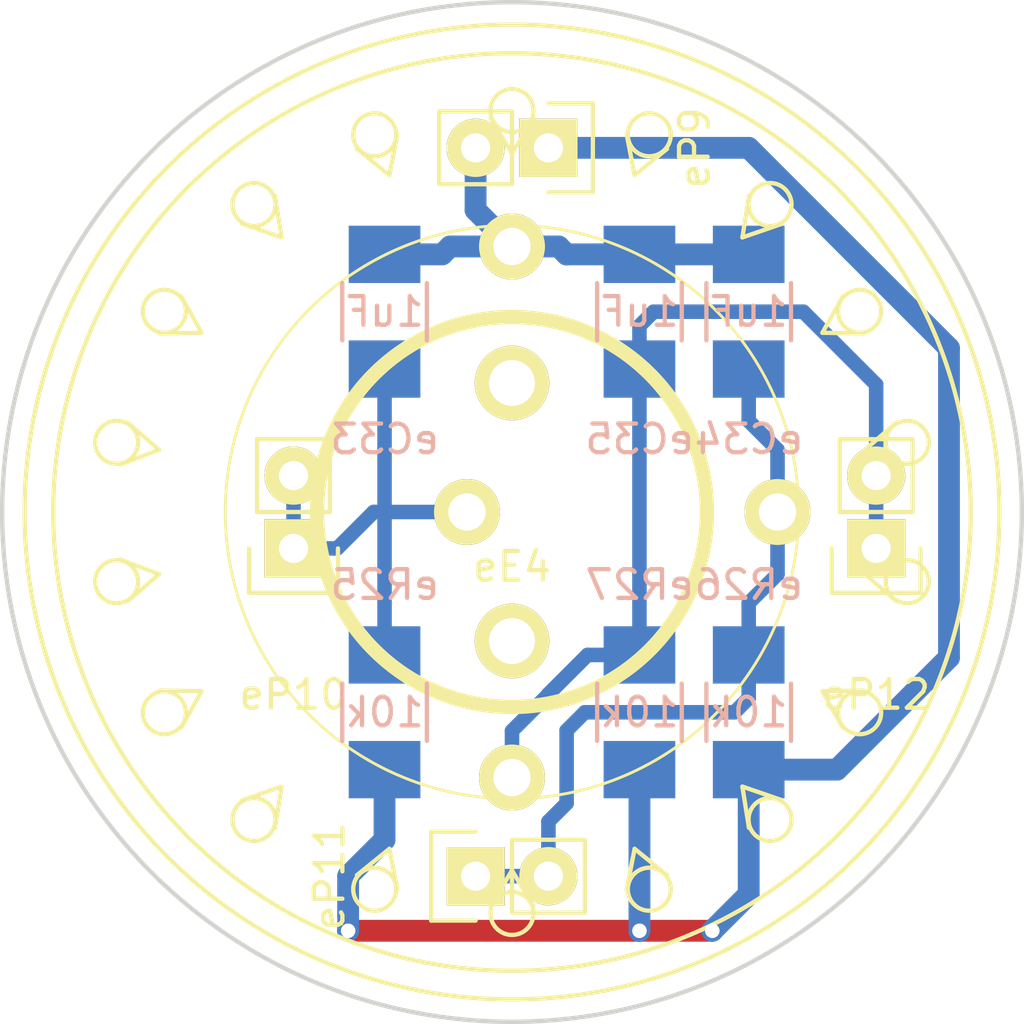
<source format=kicad_pcb>
(kicad_pcb (version 4) (host pcbnew 4.1.0-alpha+201607210716+6990~46~ubuntu15.10.1-product)

  (general
    (links 293)
    (no_connects 4)
    (area 24.13 20.08707 160.020001 137.246781)
    (thickness 1.6)
    (drawings 1)
    (tracks 60)
    (zones 0)
    (modules 11)
    (nets 6)
  )

  (page A4)
  (layers
    (0 F.Cu signal)
    (31 B.Cu signal)
    (32 B.Adhes user)
    (33 F.Adhes user)
    (34 B.Paste user)
    (35 F.Paste user)
    (36 B.SilkS user)
    (37 F.SilkS user)
    (38 B.Mask user)
    (39 F.Mask user)
    (40 Dwgs.User user)
    (41 Cmts.User user)
    (42 Eco1.User user)
    (43 Eco2.User user)
    (44 Edge.Cuts user)
    (45 Margin user)
    (46 B.CrtYd user)
    (47 F.CrtYd user)
    (48 B.Fab user)
    (49 F.Fab user)
  )

  (setup
    (last_trace_width 0.254)
    (user_trace_width 0.254)
    (user_trace_width 0.508)
    (user_trace_width 0.762)
    (user_trace_width 1.016)
    (trace_clearance 0.1905)
    (zone_clearance 0.508)
    (zone_45_only no)
    (trace_min 0)
    (segment_width 0.2032)
    (edge_width 0.1524)
    (via_size 0.762)
    (via_drill 0.508)
    (via_min_size 0.4)
    (via_min_drill 0.3)
    (uvia_size 0.3)
    (uvia_drill 0.1)
    (uvias_allowed no)
    (uvia_min_size 0)
    (uvia_min_drill 0)
    (pcb_text_width 0.3048)
    (pcb_text_size 1.524 1.524)
    (mod_edge_width 0.1524)
    (mod_text_size 1.016 1.016)
    (mod_text_width 0.1524)
    (pad_size 1.524 1.524)
    (pad_drill 1.016)
    (pad_to_mask_clearance 0.2)
    (aux_axis_origin 0 0)
    (visible_elements FFFFEF7F)
    (pcbplotparams
      (layerselection 0x01130_80000001)
      (usegerberextensions false)
      (excludeedgelayer false)
      (linewidth 0.101600)
      (plotframeref true)
      (viasonmask false)
      (mode 1)
      (useauxorigin false)
      (hpglpennumber 1)
      (hpglpenspeed 20)
      (hpglpendiameter 15)
      (psnegative false)
      (psa4output false)
      (plotreference true)
      (plotvalue true)
      (plotinvisibletext false)
      (padsonsilk true)
      (subtractmaskfromsilk false)
      (outputformat 4)
      (mirror false)
      (drillshape 2)
      (scaleselection 1)
      (outputdirectory pdf/))
  )

  (net 0 "")
  (net 1 /eGND)
  (net 2 /eEBS)
  (net 3 /eEBB)
  (net 4 /eEBA)
  (net 5 /eVCC)

  (net_class Default "This is the default net class."
    (clearance 0.1905)
    (trace_width 0.254)
    (via_dia 0.762)
    (via_drill 0.508)
    (uvia_dia 0.3)
    (uvia_drill 0.1)
  )

  (net_class 20mil ""
    (clearance 0.1905)
    (trace_width 0.508)
    (via_dia 0.762)
    (via_drill 0.508)
    (uvia_dia 0.3)
    (uvia_drill 0.1)
    (add_net /CS)
    (add_net /DC)
    (add_net /EAA)
    (add_net /EAB)
    (add_net /EAS)
    (add_net /EBA)
    (add_net /EBB)
    (add_net /EBS)
    (add_net /ECA)
    (add_net /ECB)
    (add_net /ECS)
    (add_net /L2)
    (add_net /LITE)
    (add_net /MOSI)
    (add_net /Pair)
    (add_net /RST)
    (add_net /RXD)
    (add_net /RX_BLE)
    (add_net /RX_PRO)
    (add_net /S2)
    (add_net /S3)
    (add_net /S4)
    (add_net /S5)
    (add_net /SCK)
    (add_net /TXD)
    (add_net /TX_BLE)
    (add_net /TX_PRO)
    (add_net /eEAA)
    (add_net /eEAB)
    (add_net /eEAS)
    (add_net /eEBA)
    (add_net /eEBB)
    (add_net /eEBS)
    (add_net /eECA)
    (add_net /eECB)
    (add_net /eECS)
    (add_net /eS2)
    (add_net /eS3)
    (add_net /eS4)
    (add_net /eS5)
    (add_net "Net-(R1-Pad2)")
    (add_net "Net-(S2-Pad2)")
    (add_net "Net-(U10-Pad10)")
    (add_net "Net-(U10-Pad12)")
    (add_net "Net-(U10-Pad13)")
    (add_net "Net-(U10-Pad14)")
    (add_net "Net-(U10-Pad15)")
    (add_net "Net-(U10-Pad16)")
    (add_net "Net-(U10-Pad17)")
    (add_net "Net-(U10-Pad18)")
    (add_net "Net-(U10-Pad21)")
    (add_net "Net-(U10-Pad22)")
    (add_net "Net-(U10-Pad29)")
    (add_net "Net-(U10-Pad4)")
    (add_net "Net-(U10-Pad8)")
    (add_net "Net-(U7-Pad11)")
    (add_net "Net-(U7-Pad12)")
    (add_net "Net-(U7-Pad19)")
    (add_net "Net-(U7-Pad20)")
    (add_net "Net-(U7-Pad21)")
    (add_net "Net-(U7-Pad22)")
    (add_net "Net-(U7-Pad23)")
    (add_net "Net-(U7-Pad24)")
    (add_net "Net-(U7-Pad25)")
    (add_net "Net-(U7-Pad26)")
    (add_net "Net-(U7-Pad27)")
    (add_net "Net-(U7-Pad28)")
    (add_net "Net-(U7-Pad29)")
    (add_net "Net-(U7-Pad3)")
    (add_net "Net-(U7-Pad30)")
    (add_net "Net-(U7-Pad6)")
    (add_net "Net-(U7-Pad7)")
    (add_net "Net-(U7-Pad8)")
    (add_net "Net-(U9-Pad1)")
    (add_net "Net-(U9-Pad10)")
    (add_net "Net-(U9-Pad12)")
    (add_net "Net-(U9-Pad15)")
    (add_net "Net-(U9-Pad17)")
    (add_net "Net-(U9-Pad18)")
    (add_net "Net-(U9-Pad19)")
    (add_net "Net-(U9-Pad2)")
    (add_net "Net-(U9-Pad22)")
    (add_net "Net-(U9-Pad23)")
    (add_net "Net-(U9-Pad24)")
    (add_net "Net-(U9-Pad25)")
    (add_net "Net-(U9-Pad28)")
  )

  (net_class 30mil ""
    (clearance 0.1905)
    (trace_width 0.762)
    (via_dia 0.762)
    (via_drill 0.508)
    (uvia_dia 0.3)
    (uvia_drill 0.1)
    (add_net /GND)
    (add_net /VCC)
    (add_net /eGND)
    (add_net /eVCC)
  )

  (net_class 40mil ""
    (clearance 0.1905)
    (trace_width 1.016)
    (via_dia 0.762)
    (via_drill 0.508)
    (uvia_dia 0.3)
    (uvia_drill 0.1)
  )

  (module velokey-footprints:TSWA3NCD23LFS (layer F.Cu) (tedit 57CEF748) (tstamp 57CEF644)
    (at 141.605 118.11 90)
    (path /57CDE2ED/56F82794)
    (fp_text reference eE4 (at -1.905 0 180) (layer F.SilkS)
      (effects (font (size 1 1) (thickness 0.15)))
    )
    (fp_text value ENC_B (at 1.905 0) (layer F.Fab)
      (effects (font (size 1 1) (thickness 0.15)))
    )
    (fp_circle (center 0 0) (end 10 0) (layer F.SilkS) (width 0.1016))
    (fp_line (start 12.5 0) (end 13.75 0.75) (layer F.SilkS) (width 0.15))
    (fp_line (start 13.75 -0.75) (end 12.5 0) (layer F.SilkS) (width 0.15))
    (fp_circle (center 14 0) (end 14 -0.75) (layer F.SilkS) (width 0.15))
    (fp_circle (center 0 0) (end 16 0) (layer F.SilkS) (width 0.15))
    (fp_circle (center 0 0) (end 17 0) (layer F.SilkS) (width 0.15))
    (fp_circle (center 0 0) (end 6.8 0) (layer F.SilkS) (width 0.5))
    (fp_circle (center 13.155697 -4.788282) (end 12.899182 -5.493051) (layer F.SilkS) (width 0.15))
    (fp_circle (center 10.724622 -8.999027) (end 10.242531 -9.57356) (layer F.SilkS) (width 0.15))
    (fp_circle (center 7 -12.124356) (end 6.350481 -12.499356) (layer F.SilkS) (width 0.15))
    (fp_circle (center 2.431074 -13.787309) (end 1.692469 -13.917545) (layer F.SilkS) (width 0.15))
    (fp_circle (center -2.431074 -13.787309) (end -3.16968 -13.657072) (layer F.SilkS) (width 0.15))
    (fp_circle (center -7 -12.124356) (end -7.649519 -11.749356) (layer F.SilkS) (width 0.15))
    (fp_circle (center -10.724622 -8.999027) (end -11.206713 -8.424493) (layer F.SilkS) (width 0.15))
    (fp_circle (center -13.155697 -4.788282) (end -13.412212 -4.083513) (layer F.SilkS) (width 0.15))
    (fp_circle (center -14 0) (end -14 0.75) (layer F.SilkS) (width 0.15))
    (fp_circle (center -13.155697 4.788282) (end -12.899182 5.493051) (layer F.SilkS) (width 0.15))
    (fp_circle (center -10.724622 8.999027) (end -10.242531 9.57356) (layer F.SilkS) (width 0.15))
    (fp_circle (center -7 12.124356) (end -6.350481 12.499356) (layer F.SilkS) (width 0.15))
    (fp_circle (center -2.431074 13.787309) (end -1.692469 13.917545) (layer F.SilkS) (width 0.15))
    (fp_circle (center 2.431074 13.787309) (end 3.16968 13.657072) (layer F.SilkS) (width 0.15))
    (fp_circle (center 7 12.124356) (end 7.649519 11.749356) (layer F.SilkS) (width 0.15))
    (fp_circle (center 10.724622 8.999027) (end 11.206713 8.424493) (layer F.SilkS) (width 0.15))
    (fp_circle (center 13.155697 4.788282) (end 13.412212 4.083513) (layer F.SilkS) (width 0.15))
    (fp_line (start 11.746158 -4.275252) (end 13.177289 -3.998008) (layer F.SilkS) (width 0.15))
    (fp_line (start 9.575556 -8.034845) (end 11.015202 -8.263796) (layer F.SilkS) (width 0.15))
    (fp_line (start 6.25 -10.825318) (end 7.524519 -11.532849) (layer F.SilkS) (width 0.15))
    (fp_line (start 2.170602 -12.310097) (end 3.126268 -13.41087) (layer F.SilkS) (width 0.15))
    (fp_line (start -2.170602 -12.310097) (end -1.649057 -13.671343) (layer F.SilkS) (width 0.15))
    (fp_line (start -6.25 -10.825318) (end -6.225481 -12.282849) (layer F.SilkS) (width 0.15))
    (fp_line (start -9.575556 -8.034845) (end -10.05102 -9.412863) (layer F.SilkS) (width 0.15))
    (fp_line (start -11.746158 -4.275252) (end -12.664258 -5.407546) (layer F.SilkS) (width 0.15))
    (fp_line (start -12.5 0) (end -13.75 -0.75) (layer F.SilkS) (width 0.15))
    (fp_line (start -11.746158 4.275252) (end -13.177289 3.998008) (layer F.SilkS) (width 0.15))
    (fp_line (start -9.575556 8.034845) (end -11.015202 8.263796) (layer F.SilkS) (width 0.15))
    (fp_line (start -6.25 10.825318) (end -7.524519 11.532849) (layer F.SilkS) (width 0.15))
    (fp_line (start -2.170602 12.310097) (end -3.126268 13.41087) (layer F.SilkS) (width 0.15))
    (fp_line (start 2.170602 12.310097) (end 1.649057 13.671343) (layer F.SilkS) (width 0.15))
    (fp_line (start 6.25 10.825318) (end 6.225481 12.282849) (layer F.SilkS) (width 0.15))
    (fp_line (start 9.575556 8.034845) (end 10.05102 9.412863) (layer F.SilkS) (width 0.15))
    (fp_line (start 11.746158 4.275252) (end 12.664258 5.407546) (layer F.SilkS) (width 0.15))
    (fp_line (start 12.664258 -5.407546) (end 11.746158 -4.275252) (layer F.SilkS) (width 0.15))
    (fp_line (start 10.05102 -9.412863) (end 9.575556 -8.034845) (layer F.SilkS) (width 0.15))
    (fp_line (start 6.225481 -12.282849) (end 6.25 -10.825318) (layer F.SilkS) (width 0.15))
    (fp_line (start 1.649057 -13.671343) (end 2.170602 -12.310097) (layer F.SilkS) (width 0.15))
    (fp_line (start -3.126268 -13.41087) (end -2.170602 -12.310097) (layer F.SilkS) (width 0.15))
    (fp_line (start -7.524519 -11.532849) (end -6.25 -10.825318) (layer F.SilkS) (width 0.15))
    (fp_line (start -11.015202 -8.263796) (end -9.575556 -8.034845) (layer F.SilkS) (width 0.15))
    (fp_line (start -13.177289 -3.998008) (end -11.746158 -4.275252) (layer F.SilkS) (width 0.15))
    (fp_line (start -13.75 0.75) (end -12.5 0) (layer F.SilkS) (width 0.15))
    (fp_line (start -12.664258 5.407546) (end -11.746158 4.275252) (layer F.SilkS) (width 0.15))
    (fp_line (start -10.05102 9.412863) (end -9.575556 8.034845) (layer F.SilkS) (width 0.15))
    (fp_line (start -6.225481 12.282849) (end -6.25 10.825318) (layer F.SilkS) (width 0.15))
    (fp_line (start -1.649057 13.671343) (end -2.170602 12.310097) (layer F.SilkS) (width 0.15))
    (fp_line (start 3.126268 13.41087) (end 2.170602 12.310097) (layer F.SilkS) (width 0.15))
    (fp_line (start 7.524519 11.532849) (end 6.25 10.825318) (layer F.SilkS) (width 0.15))
    (fp_line (start 11.015202 8.263796) (end 9.575556 8.034845) (layer F.SilkS) (width 0.15))
    (fp_line (start 13.177289 3.998008) (end 11.746158 4.275252) (layer F.SilkS) (width 0.15))
    (pad 4 thru_hole circle (at 0 -1.57 90) (size 2.3 2.3) (drill 1.3) (layers *.Cu *.Mask F.SilkS)
      (net 2 /eEBS))
    (pad 5 thru_hole circle (at -4.5 0 90) (size 2.6 2.6) (drill 1.6) (layers *.Cu *.Mask F.SilkS))
    (pad 1 thru_hole circle (at -9.26 0 90) (size 2.3 2.3) (drill 1.3) (layers *.Cu *.Mask F.SilkS)
      (net 4 /eEBA))
    (pad 6 thru_hole circle (at 4.5 0 90) (size 2.6 2.6) (drill 1.6) (layers *.Cu *.Mask F.SilkS))
    (pad 2 thru_hole circle (at 9.26 0 90) (size 2.3 2.3) (drill 1.3) (layers *.Cu *.Mask F.SilkS)
      (net 1 /eGND))
    (pad 3 thru_hole circle (at 0 9.26 90) (size 2.3 2.3) (drill 1.3) (layers *.Cu *.Mask F.SilkS)
      (net 3 /eEBB))
  )

  (module velokey-footprints:R_1210_HandSoldering (layer B.Cu) (tedit 57CEF738) (tstamp 57CEF7A9)
    (at 149.86 125.095 90)
    (descr "Resistor SMD 1210, hand soldering")
    (tags "resistor 1210")
    (path /57CDE2ED/57CEA915)
    (attr smd)
    (fp_text reference eR26 (at 4.445 0 180) (layer B.SilkS)
      (effects (font (size 1 1) (thickness 0.15)) (justify mirror))
    )
    (fp_text value 10k (at 0 0 180) (layer B.SilkS)
      (effects (font (size 1 1) (thickness 0.15)) (justify mirror))
    )
    (fp_line (start -3.3 1.6) (end 3.3 1.6) (layer B.CrtYd) (width 0.05))
    (fp_line (start -3.3 -1.6) (end 3.3 -1.6) (layer B.CrtYd) (width 0.05))
    (fp_line (start -3.3 1.6) (end -3.3 -1.6) (layer B.CrtYd) (width 0.05))
    (fp_line (start 3.3 1.6) (end 3.3 -1.6) (layer B.CrtYd) (width 0.05))
    (fp_line (start 1 -1.475) (end -1 -1.475) (layer B.SilkS) (width 0.15))
    (fp_line (start -1 1.475) (end 1 1.475) (layer B.SilkS) (width 0.15))
    (pad 1 smd rect (at -2 0 90) (size 2 2.5) (layers B.Cu B.Paste B.Mask)
      (net 5 /eVCC))
    (pad 2 smd rect (at 2 0 90) (size 2 2.5) (layers B.Cu B.Paste B.Mask)
      (net 3 /eEBB))
    (model ${KIPRJMOD}/3d_models/Res_smd_1210.wrl
      (at (xyz 0 0 0))
      (scale (xyz 1 1 1))
      (rotate (xyz 0 0 0))
    )
  )

  (module velokey-footprints:R_1210_HandSoldering (layer B.Cu) (tedit 57CEF733) (tstamp 57CEF79E)
    (at 146.05 125.095 90)
    (descr "Resistor SMD 1210, hand soldering")
    (tags "resistor 1210")
    (path /57CDE2ED/57CEA916)
    (attr smd)
    (fp_text reference eR27 (at 4.445 0 180) (layer B.SilkS)
      (effects (font (size 1 1) (thickness 0.15)) (justify mirror))
    )
    (fp_text value 10k (at 0 0 180) (layer B.SilkS)
      (effects (font (size 1 1) (thickness 0.15)) (justify mirror))
    )
    (fp_line (start -3.3 1.6) (end 3.3 1.6) (layer B.CrtYd) (width 0.05))
    (fp_line (start -3.3 -1.6) (end 3.3 -1.6) (layer B.CrtYd) (width 0.05))
    (fp_line (start -3.3 1.6) (end -3.3 -1.6) (layer B.CrtYd) (width 0.05))
    (fp_line (start 3.3 1.6) (end 3.3 -1.6) (layer B.CrtYd) (width 0.05))
    (fp_line (start 1 -1.475) (end -1 -1.475) (layer B.SilkS) (width 0.15))
    (fp_line (start -1 1.475) (end 1 1.475) (layer B.SilkS) (width 0.15))
    (pad 1 smd rect (at -2 0 90) (size 2 2.5) (layers B.Cu B.Paste B.Mask)
      (net 5 /eVCC))
    (pad 2 smd rect (at 2 0 90) (size 2 2.5) (layers B.Cu B.Paste B.Mask)
      (net 4 /eEBA))
    (model ${KIPRJMOD}/3d_models/Res_smd_1210.wrl
      (at (xyz 0 0 0))
      (scale (xyz 1 1 1))
      (rotate (xyz 0 0 0))
    )
  )

  (module velokey-footprints:C_1210_HandSoldering (layer B.Cu) (tedit 57CEF728) (tstamp 57CEF793)
    (at 149.86 111.125 90)
    (descr "Capacitor SMD 1210, hand soldering")
    (tags "capacitor 1210")
    (path /57CDE2ED/56B0FC8A)
    (attr smd)
    (fp_text reference eC34 (at -4.445 0 180) (layer B.SilkS)
      (effects (font (size 1 1) (thickness 0.15)) (justify mirror))
    )
    (fp_text value 1uF (at 0 0 180) (layer B.SilkS)
      (effects (font (size 1 1) (thickness 0.15)) (justify mirror))
    )
    (fp_line (start -3.3 1.6) (end 3.3 1.6) (layer B.CrtYd) (width 0.05))
    (fp_line (start -3.3 -1.6) (end 3.3 -1.6) (layer B.CrtYd) (width 0.05))
    (fp_line (start -3.3 1.6) (end -3.3 -1.6) (layer B.CrtYd) (width 0.05))
    (fp_line (start 3.3 1.6) (end 3.3 -1.6) (layer B.CrtYd) (width 0.05))
    (fp_line (start 1 1.475) (end -1 1.475) (layer B.SilkS) (width 0.15))
    (fp_line (start -1 -1.475) (end 1 -1.475) (layer B.SilkS) (width 0.15))
    (pad 1 smd rect (at -2 0 90) (size 2 2.5) (layers B.Cu B.Paste B.Mask)
      (net 3 /eEBB))
    (pad 2 smd rect (at 2 0 90) (size 2 2.5) (layers B.Cu B.Paste B.Mask)
      (net 1 /eGND))
    (model ${KIPRJMOD}/3d_models/Cap_smd_1210.wrl
      (at (xyz 0 0 0))
      (scale (xyz 1 1 1))
      (rotate (xyz 0 0 0))
    )
  )

  (module velokey-footprints:R_1210_HandSoldering (layer B.Cu) (tedit 57CEF72F) (tstamp 57CEF788)
    (at 137.16 125.095 90)
    (descr "Resistor SMD 1210, hand soldering")
    (tags "resistor 1210")
    (path /57CDE2ED/57CEA914)
    (attr smd)
    (fp_text reference eR25 (at 4.445 0 180) (layer B.SilkS)
      (effects (font (size 1 1) (thickness 0.15)) (justify mirror))
    )
    (fp_text value 10k (at 0 0 180) (layer B.SilkS)
      (effects (font (size 1 1) (thickness 0.15)) (justify mirror))
    )
    (fp_line (start -3.3 1.6) (end 3.3 1.6) (layer B.CrtYd) (width 0.05))
    (fp_line (start -3.3 -1.6) (end 3.3 -1.6) (layer B.CrtYd) (width 0.05))
    (fp_line (start -3.3 1.6) (end -3.3 -1.6) (layer B.CrtYd) (width 0.05))
    (fp_line (start 3.3 1.6) (end 3.3 -1.6) (layer B.CrtYd) (width 0.05))
    (fp_line (start 1 -1.475) (end -1 -1.475) (layer B.SilkS) (width 0.15))
    (fp_line (start -1 1.475) (end 1 1.475) (layer B.SilkS) (width 0.15))
    (pad 1 smd rect (at -2 0 90) (size 2 2.5) (layers B.Cu B.Paste B.Mask)
      (net 5 /eVCC))
    (pad 2 smd rect (at 2 0 90) (size 2 2.5) (layers B.Cu B.Paste B.Mask)
      (net 2 /eEBS))
    (model ${KIPRJMOD}/3d_models/Res_smd_1210.wrl
      (at (xyz 0 0 0))
      (scale (xyz 1 1 1))
      (rotate (xyz 0 0 0))
    )
  )

  (module velokey-footprints:C_1210_HandSoldering (layer B.Cu) (tedit 57CEF71E) (tstamp 57CEF77D)
    (at 137.16 111.125 90)
    (descr "Capacitor SMD 1210, hand soldering")
    (tags "capacitor 1210")
    (path /57CDE2ED/56B0FC84)
    (attr smd)
    (fp_text reference eC33 (at -4.445 0 180) (layer B.SilkS)
      (effects (font (size 1 1) (thickness 0.15)) (justify mirror))
    )
    (fp_text value 1uF (at 0 0) (layer B.SilkS)
      (effects (font (size 1 1) (thickness 0.15)) (justify mirror))
    )
    (fp_line (start -3.3 1.6) (end 3.3 1.6) (layer B.CrtYd) (width 0.05))
    (fp_line (start -3.3 -1.6) (end 3.3 -1.6) (layer B.CrtYd) (width 0.05))
    (fp_line (start -3.3 1.6) (end -3.3 -1.6) (layer B.CrtYd) (width 0.05))
    (fp_line (start 3.3 1.6) (end 3.3 -1.6) (layer B.CrtYd) (width 0.05))
    (fp_line (start 1 1.475) (end -1 1.475) (layer B.SilkS) (width 0.15))
    (fp_line (start -1 -1.475) (end 1 -1.475) (layer B.SilkS) (width 0.15))
    (pad 1 smd rect (at -2 0 90) (size 2 2.5) (layers B.Cu B.Paste B.Mask)
      (net 2 /eEBS))
    (pad 2 smd rect (at 2 0 90) (size 2 2.5) (layers B.Cu B.Paste B.Mask)
      (net 1 /eGND))
    (model ${KIPRJMOD}/3d_models/Cap_smd_1210.wrl
      (at (xyz 0 0 0))
      (scale (xyz 1 1 1))
      (rotate (xyz 0 0 0))
    )
  )

  (module velokey-footprints:C_1210_HandSoldering (layer B.Cu) (tedit 57CEF724) (tstamp 57CEF762)
    (at 146.05 111.125 90)
    (descr "Capacitor SMD 1210, hand soldering")
    (tags "capacitor 1210")
    (path /57CDE2ED/57CEA919)
    (attr smd)
    (fp_text reference eC35 (at -4.445 0 180) (layer B.SilkS)
      (effects (font (size 1 1) (thickness 0.15)) (justify mirror))
    )
    (fp_text value 1uF (at 0 0 180) (layer B.SilkS)
      (effects (font (size 1 1) (thickness 0.15)) (justify mirror))
    )
    (fp_line (start -3.3 1.6) (end 3.3 1.6) (layer B.CrtYd) (width 0.05))
    (fp_line (start -3.3 -1.6) (end 3.3 -1.6) (layer B.CrtYd) (width 0.05))
    (fp_line (start -3.3 1.6) (end -3.3 -1.6) (layer B.CrtYd) (width 0.05))
    (fp_line (start 3.3 1.6) (end 3.3 -1.6) (layer B.CrtYd) (width 0.05))
    (fp_line (start 1 1.475) (end -1 1.475) (layer B.SilkS) (width 0.15))
    (fp_line (start -1 -1.475) (end 1 -1.475) (layer B.SilkS) (width 0.15))
    (pad 1 smd rect (at -2 0 90) (size 2 2.5) (layers B.Cu B.Paste B.Mask)
      (net 4 /eEBA))
    (pad 2 smd rect (at 2 0 90) (size 2 2.5) (layers B.Cu B.Paste B.Mask)
      (net 1 /eGND))
    (model ${KIPRJMOD}/3d_models/Cap_smd_1210.wrl
      (at (xyz 0 0 0))
      (scale (xyz 1 1 1))
      (rotate (xyz 0 0 0))
    )
  )

  (module Pin_Headers:Pin_Header_Straight_1x02 (layer F.Cu) (tedit 57CEF75F) (tstamp 57CEF6B7)
    (at 154.305 119.38 180)
    (descr "Through hole pin header")
    (tags "pin header")
    (path /57CDE2ED/57CEA937)
    (fp_text reference eP12 (at 0 -5.1 180) (layer F.SilkS)
      (effects (font (size 1 1) (thickness 0.15)))
    )
    (fp_text value ENC_B_4 (at 0 -3.1 180) (layer F.Fab) hide
      (effects (font (size 1 1) (thickness 0.15)))
    )
    (fp_line (start 1.27 1.27) (end 1.27 3.81) (layer F.SilkS) (width 0.15))
    (fp_line (start 1.55 -1.55) (end 1.55 0) (layer F.SilkS) (width 0.15))
    (fp_line (start -1.75 -1.75) (end -1.75 4.3) (layer F.CrtYd) (width 0.05))
    (fp_line (start 1.75 -1.75) (end 1.75 4.3) (layer F.CrtYd) (width 0.05))
    (fp_line (start -1.75 -1.75) (end 1.75 -1.75) (layer F.CrtYd) (width 0.05))
    (fp_line (start -1.75 4.3) (end 1.75 4.3) (layer F.CrtYd) (width 0.05))
    (fp_line (start 1.27 1.27) (end -1.27 1.27) (layer F.SilkS) (width 0.15))
    (fp_line (start -1.55 0) (end -1.55 -1.55) (layer F.SilkS) (width 0.15))
    (fp_line (start -1.55 -1.55) (end 1.55 -1.55) (layer F.SilkS) (width 0.15))
    (fp_line (start -1.27 1.27) (end -1.27 3.81) (layer F.SilkS) (width 0.15))
    (fp_line (start -1.27 3.81) (end 1.27 3.81) (layer F.SilkS) (width 0.15))
    (pad 1 thru_hole rect (at 0 0 180) (size 2.032 2.032) (drill 1.016) (layers *.Cu *.Mask F.SilkS)
      (net 4 /eEBA))
    (pad 2 thru_hole oval (at 0 2.54 180) (size 2.032 2.032) (drill 1.016) (layers *.Cu *.Mask F.SilkS)
      (net 4 /eEBA))
    (model Pin_Headers.3dshapes/Pin_Header_Straight_1x02.wrl
      (at (xyz 0 -0.05 0))
      (scale (xyz 1 1 1))
      (rotate (xyz 0 0 90))
    )
  )

  (module Pin_Headers:Pin_Header_Straight_1x02 (layer F.Cu) (tedit 57CEF755) (tstamp 57CEF6A7)
    (at 133.985 119.38 180)
    (descr "Through hole pin header")
    (tags "pin header")
    (path /57CDE2ED/57CEA935)
    (fp_text reference eP10 (at 0 -5.1 180) (layer F.SilkS)
      (effects (font (size 1 1) (thickness 0.15)))
    )
    (fp_text value ENC_B_2 (at 0 -3.1 180) (layer F.Fab) hide
      (effects (font (size 1 1) (thickness 0.15)))
    )
    (fp_line (start 1.27 1.27) (end 1.27 3.81) (layer F.SilkS) (width 0.15))
    (fp_line (start 1.55 -1.55) (end 1.55 0) (layer F.SilkS) (width 0.15))
    (fp_line (start -1.75 -1.75) (end -1.75 4.3) (layer F.CrtYd) (width 0.05))
    (fp_line (start 1.75 -1.75) (end 1.75 4.3) (layer F.CrtYd) (width 0.05))
    (fp_line (start -1.75 -1.75) (end 1.75 -1.75) (layer F.CrtYd) (width 0.05))
    (fp_line (start -1.75 4.3) (end 1.75 4.3) (layer F.CrtYd) (width 0.05))
    (fp_line (start 1.27 1.27) (end -1.27 1.27) (layer F.SilkS) (width 0.15))
    (fp_line (start -1.55 0) (end -1.55 -1.55) (layer F.SilkS) (width 0.15))
    (fp_line (start -1.55 -1.55) (end 1.55 -1.55) (layer F.SilkS) (width 0.15))
    (fp_line (start -1.27 1.27) (end -1.27 3.81) (layer F.SilkS) (width 0.15))
    (fp_line (start -1.27 3.81) (end 1.27 3.81) (layer F.SilkS) (width 0.15))
    (pad 1 thru_hole rect (at 0 0 180) (size 2.032 2.032) (drill 1.016) (layers *.Cu *.Mask F.SilkS)
      (net 2 /eEBS))
    (pad 2 thru_hole oval (at 0 2.54 180) (size 2.032 2.032) (drill 1.016) (layers *.Cu *.Mask F.SilkS)
      (net 2 /eEBS))
    (model Pin_Headers.3dshapes/Pin_Header_Straight_1x02.wrl
      (at (xyz 0 -0.05 0))
      (scale (xyz 1 1 1))
      (rotate (xyz 0 0 90))
    )
  )

  (module Pin_Headers:Pin_Header_Straight_1x02 (layer F.Cu) (tedit 57CEF75A) (tstamp 57CEF697)
    (at 140.335 130.81 90)
    (descr "Through hole pin header")
    (tags "pin header")
    (path /57CDE2ED/57CEA936)
    (fp_text reference eP11 (at 0 -5.1 90) (layer F.SilkS)
      (effects (font (size 1 1) (thickness 0.15)))
    )
    (fp_text value ENC_B_3 (at 0 -3.1 90) (layer F.Fab) hide
      (effects (font (size 1 1) (thickness 0.15)))
    )
    (fp_line (start 1.27 1.27) (end 1.27 3.81) (layer F.SilkS) (width 0.15))
    (fp_line (start 1.55 -1.55) (end 1.55 0) (layer F.SilkS) (width 0.15))
    (fp_line (start -1.75 -1.75) (end -1.75 4.3) (layer F.CrtYd) (width 0.05))
    (fp_line (start 1.75 -1.75) (end 1.75 4.3) (layer F.CrtYd) (width 0.05))
    (fp_line (start -1.75 -1.75) (end 1.75 -1.75) (layer F.CrtYd) (width 0.05))
    (fp_line (start -1.75 4.3) (end 1.75 4.3) (layer F.CrtYd) (width 0.05))
    (fp_line (start 1.27 1.27) (end -1.27 1.27) (layer F.SilkS) (width 0.15))
    (fp_line (start -1.55 0) (end -1.55 -1.55) (layer F.SilkS) (width 0.15))
    (fp_line (start -1.55 -1.55) (end 1.55 -1.55) (layer F.SilkS) (width 0.15))
    (fp_line (start -1.27 1.27) (end -1.27 3.81) (layer F.SilkS) (width 0.15))
    (fp_line (start -1.27 3.81) (end 1.27 3.81) (layer F.SilkS) (width 0.15))
    (pad 1 thru_hole rect (at 0 0 90) (size 2.032 2.032) (drill 1.016) (layers *.Cu *.Mask F.SilkS)
      (net 3 /eEBB))
    (pad 2 thru_hole oval (at 0 2.54 90) (size 2.032 2.032) (drill 1.016) (layers *.Cu *.Mask F.SilkS)
      (net 3 /eEBB))
    (model Pin_Headers.3dshapes/Pin_Header_Straight_1x02.wrl
      (at (xyz 0 -0.05 0))
      (scale (xyz 1 1 1))
      (rotate (xyz 0 0 90))
    )
  )

  (module Pin_Headers:Pin_Header_Straight_1x02 (layer F.Cu) (tedit 57CEF74E) (tstamp 57CEF687)
    (at 142.875 105.41 270)
    (descr "Through hole pin header")
    (tags "pin header")
    (path /57CDE2ED/57CEA934)
    (fp_text reference eP9 (at 0 -5.1 270) (layer F.SilkS)
      (effects (font (size 1 1) (thickness 0.15)))
    )
    (fp_text value ENC_B_1 (at 0 -3.1 270) (layer F.Fab) hide
      (effects (font (size 1 1) (thickness 0.15)))
    )
    (fp_line (start 1.27 1.27) (end 1.27 3.81) (layer F.SilkS) (width 0.15))
    (fp_line (start 1.55 -1.55) (end 1.55 0) (layer F.SilkS) (width 0.15))
    (fp_line (start -1.75 -1.75) (end -1.75 4.3) (layer F.CrtYd) (width 0.05))
    (fp_line (start 1.75 -1.75) (end 1.75 4.3) (layer F.CrtYd) (width 0.05))
    (fp_line (start -1.75 -1.75) (end 1.75 -1.75) (layer F.CrtYd) (width 0.05))
    (fp_line (start -1.75 4.3) (end 1.75 4.3) (layer F.CrtYd) (width 0.05))
    (fp_line (start 1.27 1.27) (end -1.27 1.27) (layer F.SilkS) (width 0.15))
    (fp_line (start -1.55 0) (end -1.55 -1.55) (layer F.SilkS) (width 0.15))
    (fp_line (start -1.55 -1.55) (end 1.55 -1.55) (layer F.SilkS) (width 0.15))
    (fp_line (start -1.27 1.27) (end -1.27 3.81) (layer F.SilkS) (width 0.15))
    (fp_line (start -1.27 3.81) (end 1.27 3.81) (layer F.SilkS) (width 0.15))
    (pad 1 thru_hole rect (at 0 0 270) (size 2.032 2.032) (drill 1.016) (layers *.Cu *.Mask F.SilkS)
      (net 5 /eVCC))
    (pad 2 thru_hole oval (at 0 2.54 270) (size 2.032 2.032) (drill 1.016) (layers *.Cu *.Mask F.SilkS)
      (net 1 /eGND))
    (model Pin_Headers.3dshapes/Pin_Header_Straight_1x02.wrl
      (at (xyz 0 -0.05 0))
      (scale (xyz 1 1 1))
      (rotate (xyz 0 0 90))
    )
  )

  (gr_circle (center 141.605 118.11) (end 123.825 118.11) (layer Edge.Cuts) (width 0.1524))

  (segment (start 137.16 109.125) (end 136.91 109.125) (width 0.762) (layer B.Cu) (net 1) (tstamp 57CEFB53) (status 30))
  (segment (start 137.16 109.125) (end 139.172 109.125) (width 0.762) (layer B.Cu) (net 1) (tstamp 57CEFB51) (status 10))
  (segment (start 139.447 108.85) (end 139.172 109.125) (width 0.762) (layer B.Cu) (net 1) (tstamp 57CEFB50))
  (segment (start 143.231345 108.85) (end 143.51 109.128655) (width 0.762) (layer B.Cu) (net 1) (tstamp 57CEFB4F))
  (segment (start 141.605 108.85) (end 139.447 108.85) (width 0.762) (layer B.Cu) (net 1) (tstamp 57CEFB4E) (status 10))
  (segment (start 141.605 108.85) (end 143.231345 108.85) (width 0.762) (layer B.Cu) (net 1) (tstamp 57CEFB4D) (status 10))
  (segment (start 143.513655 109.125) (end 146.05 109.125) (width 0.762) (layer B.Cu) (net 1) (tstamp 57CEFB4C) (status 20))
  (segment (start 140.335 107.58) (end 141.605 108.85) (width 0.762) (layer B.Cu) (net 1) (tstamp 57CEFB4B) (status 20))
  (segment (start 143.51 109.128655) (end 143.513655 109.125) (width 0.762) (layer B.Cu) (net 1) (tstamp 57CEFB4A))
  (segment (start 146.05 109.125) (end 149.86 109.125) (width 0.762) (layer B.Cu) (net 1) (tstamp 57CEFB36) (status 30))
  (segment (start 140.335 105.41) (end 140.335 107.58) (width 0.762) (layer B.Cu) (net 1) (tstamp 57CEFB31) (status 10))
  (segment (start 133.985 119.38) (end 133.985 116.84) (width 0.508) (layer B.Cu) (net 2) (status 30))
  (segment (start 137.16 123.095) (end 137.16 118.11) (width 0.508) (layer B.Cu) (net 2) (tstamp 57CEFB72) (status 10))
  (segment (start 140.035 118.11) (end 137.16 118.11) (width 0.508) (layer B.Cu) (net 2) (tstamp 57CEFB6F) (status 10))
  (segment (start 137.16 113.125) (end 137.16 118.11) (width 0.508) (layer B.Cu) (net 2) (tstamp 57CEFAFF) (status 10))
  (segment (start 133.985 119.38) (end 135.509 119.38) (width 0.508) (layer B.Cu) (net 2) (tstamp 57CEFAFE) (status 10))
  (segment (start 135.509 119.38) (end 136.779 118.11) (width 0.508) (layer B.Cu) (net 2) (tstamp 57CEFAFD))
  (segment (start 136.779 118.11) (end 137.16 118.11) (width 0.508) (layer B.Cu) (net 2) (tstamp 57CEFAFB))
  (segment (start 142.875 128.905) (end 143.51 128.27) (width 0.508) (layer B.Cu) (net 3))
  (segment (start 142.875 130.81) (end 142.875 128.905) (width 0.508) (layer B.Cu) (net 3) (status 10))
  (segment (start 140.335 130.81) (end 142.875 130.81) (width 0.508) (layer B.Cu) (net 3) (status 30))
  (segment (start 144.145 125.095) (end 143.51 125.73) (width 0.508) (layer B.Cu) (net 3) (tstamp 57CEFB77))
  (segment (start 143.51 125.73) (end 143.51 128.27) (width 0.508) (layer B.Cu) (net 3) (tstamp 57CEFB74))
  (segment (start 149.368 125.095) (end 144.145 125.095) (width 0.508) (layer B.Cu) (net 3) (tstamp 57CEFB6E))
  (segment (start 149.86 124.603) (end 149.368 125.095) (width 0.508) (layer B.Cu) (net 3) (tstamp 57CEFB6B))
  (segment (start 149.86 123.095) (end 149.86 121.285) (width 0.508) (layer B.Cu) (net 3) (tstamp 57CEFB64) (status 10))
  (segment (start 149.86 123.095) (end 149.86 124.603) (width 0.508) (layer B.Cu) (net 3) (tstamp 57CEFB63) (status 10))
  (segment (start 150.865 120.28) (end 150.865 118.11) (width 0.508) (layer B.Cu) (net 3) (tstamp 57CEFB62) (status 20))
  (segment (start 149.86 121.285) (end 150.865 120.28) (width 0.508) (layer B.Cu) (net 3) (tstamp 57CEFB61))
  (segment (start 150.865 115.94) (end 149.86 114.935) (width 0.508) (layer B.Cu) (net 3) (tstamp 57CEFB46))
  (segment (start 150.865 118.11) (end 150.865 115.94) (width 0.508) (layer B.Cu) (net 3) (tstamp 57CEFB45) (status 10))
  (segment (start 149.86 114.935) (end 149.86 113.125) (width 0.508) (layer B.Cu) (net 3) (tstamp 57CEFB44) (status 20))
  (segment (start 154.305 119.38) (end 154.305 116.84) (width 0.508) (layer B.Cu) (net 4) (status 30))
  (segment (start 141.605 127.37) (end 141.605 125.743655) (width 0.508) (layer B.Cu) (net 4) (tstamp 57CEFB78) (status 10))
  (segment (start 141.605 125.743655) (end 142.875 124.473655) (width 0.508) (layer B.Cu) (net 4) (tstamp 57CEFB76))
  (segment (start 142.875 124.46) (end 144.24 123.095) (width 0.508) (layer B.Cu) (net 4) (tstamp 57CEFB6D))
  (segment (start 144.24 123.095) (end 146.05 123.095) (width 0.508) (layer B.Cu) (net 4) (tstamp 57CEFB6C) (status 20))
  (segment (start 142.875 124.473655) (end 142.875 124.46) (width 0.508) (layer B.Cu) (net 4) (tstamp 57CEFB6A))
  (segment (start 146.05 123.095) (end 146.05 113.125) (width 0.508) (layer B.Cu) (net 4) (tstamp 57CEFB47) (status 30))
  (segment (start 154.305 116.84) (end 154.305 113.665) (width 0.508) (layer B.Cu) (net 4) (tstamp 57CEFB43) (status 10))
  (segment (start 146.05 111.617) (end 146.05 113.125) (width 0.508) (layer B.Cu) (net 4) (tstamp 57CEFB3B) (status 20))
  (segment (start 151.765 111.125) (end 146.542 111.125) (width 0.508) (layer B.Cu) (net 4) (tstamp 57CEFB3A))
  (segment (start 154.305 113.665) (end 151.765 111.125) (width 0.508) (layer B.Cu) (net 4) (tstamp 57CEFB39))
  (segment (start 146.542 111.125) (end 146.05 111.617) (width 0.508) (layer B.Cu) (net 4) (tstamp 57CEFB38))
  (segment (start 142.875 105.41) (end 149.86 105.41) (width 0.762) (layer B.Cu) (net 5) (status 10))
  (segment (start 149.86 105.41) (end 156.845 112.395) (width 0.762) (layer B.Cu) (net 5))
  (segment (start 156.845 112.395) (end 156.845 123.19) (width 0.762) (layer B.Cu) (net 5))
  (segment (start 156.845 123.19) (end 152.94 127.095) (width 0.762) (layer B.Cu) (net 5))
  (segment (start 152.94 127.095) (end 149.86 127.095) (width 0.762) (layer B.Cu) (net 5) (status 20))
  (segment (start 146.05 132.715) (end 146.05 127.095) (width 0.762) (layer B.Cu) (net 5) (tstamp 57CEFB75) (status 20))
  (segment (start 149.86 127.095) (end 149.86 131.445) (width 0.762) (layer B.Cu) (net 5) (tstamp 57CEFB5E) (status 10))
  (segment (start 149.86 131.445) (end 148.59 132.715) (width 0.762) (layer B.Cu) (net 5) (tstamp 57CEFB5D))
  (segment (start 137.16 127.095) (end 137.16 129.54) (width 0.762) (layer B.Cu) (net 5) (tstamp 57CEFB34) (status 10))
  (segment (start 135.89 130.81) (end 135.89 132.715) (width 0.762) (layer B.Cu) (net 5) (tstamp 57CEF9DB))
  (segment (start 137.16 129.54) (end 135.89 130.81) (width 0.762) (layer B.Cu) (net 5) (tstamp 57CEF9D9))
  (segment (start 146.05 132.715) (end 135.89 132.715) (width 0.762) (layer F.Cu) (net 5) (tstamp 57CEF43F))
  (segment (start 148.59 132.715) (end 146.05 132.715) (width 0.762) (layer F.Cu) (net 5) (tstamp 57CEF43E))
  (via (at 146.05 132.715) (size 0.762) (drill 0.508) (layers F.Cu B.Cu) (net 5) (tstamp 57CEF378))
  (via (at 135.89 132.715) (size 0.762) (drill 0.508) (layers F.Cu B.Cu) (net 5) (tstamp 57CEF377))
  (via (at 148.59 132.715) (size 0.762) (drill 0.508) (layers F.Cu B.Cu) (net 5) (tstamp 57CEF376))

)

</source>
